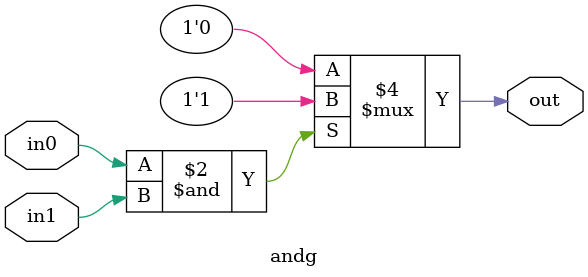
<source format=v>
module andg(
output reg out,
input in0,
input in1);
always @ (in0 or in1)
if (in0 & in1) 
begin 
out = 1; 
end
else begin
out = 0;
end 
endmodule
</source>
